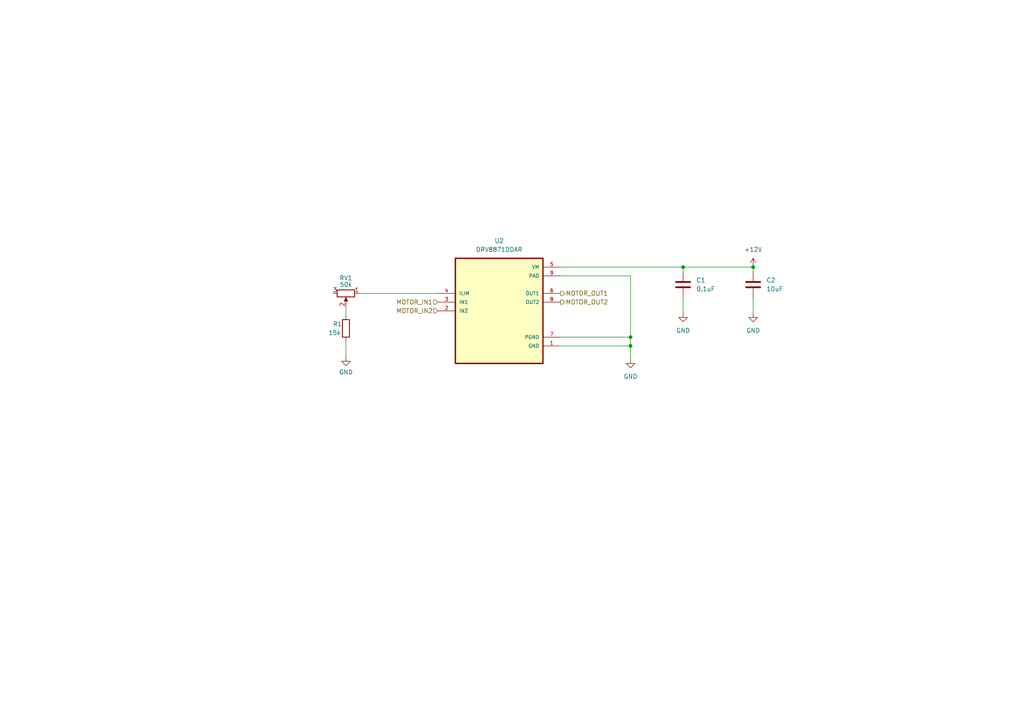
<source format=kicad_sch>
(kicad_sch (version 20230121) (generator eeschema)
  (paper "A4")
  (lib_symbols
    (symbol "DRV8871DDAR:DRV8871DDAR" (pin_names (offset 1.016))
      (property "Reference" "U" (at -12.7 16.24 0))
      (property "Value" "DRV8871DDAR" (at -12.7 -19.24 0))
      (symbol "DRV8871DDAR_0_0"
        (rectangle (start -12.7 -15.24) (end 12.7 15.24) (stroke (width 0.41)) (fill (type background)))
        (pin power_in line (at 17.78 -10.16 180) (length 5.08) (name "GND") (number "1"))
        (pin input line (at -17.78 0 0) (length 5.08) (name "IN2") (number "2"))
        (pin input line (at -17.78 2.54 0) (length 5.08) (name "IN1") (number "3"))
        (pin input line (at -17.78 5.08 0) (length 5.08) (name "ILIM") (number "4"))
        (pin power_in line (at 17.78 12.7 180) (length 5.08) (name "VM") (number "5"))
        (pin output line (at 17.78 5.08 180) (length 5.08) (name "OUT1") (number "6"))
        (pin power_in line (at 17.78 -7.62 180) (length 5.08) (name "PGND") (number "7"))
        (pin output line (at 17.78 2.54 180) (length 5.08) (name "OUT2") (number "8"))
        (pin power_in line (at 17.78 10.16 180) (length 5.08) (name "PAD") (number "9"))
      )
    )
    (symbol "Device:C" (pin_numbers hide) (pin_names (offset 0.254))
      (property "Reference" "C" (at 0.635 2.54 0))
      (property "Value" "C" (at 0.635 -2.54 0))
      (symbol "C_0_1"
        (polyline (pts (xy -2.032 -0.762) (xy 2.032 -0.762)) (stroke (width 0.508)))
        (polyline (pts (xy -2.032 0.762) (xy 2.032 0.762)) (stroke (width 0.508)))
      )
      (symbol "C_1_1"
        (pin passive line (at 0 3.81 270) (length 2.794) (name "~") (number "1"))
        (pin passive line (at 0 -3.81 90) (length 2.794) (name "~") (number "2"))
      )
    )
    (symbol "Device:R" (pin_numbers hide) (pin_names (offset 0))
      (property "Reference" "R" (at 2.032 0 90))
      (property "Value" "R" (at 0 0 90))
      (symbol "R_0_1"
        (rectangle (start -1.016 -2.54) (end 1.016 2.54) (stroke (width 0.254)))
      )
      (symbol "R_1_1"
        (pin passive line (at 0 3.81 270) (length 1.27) (name "~") (number "1"))
        (pin passive line (at 0 -3.81 90) (length 1.27) (name "~") (number "2"))
      )
    )
    (symbol "Device:R_Potentiometer" (pin_names (offset 1.016) hide)
      (property "Reference" "RV" (at -4.445 0 90))
      (property "Value" "R_Potentiometer" (at -2.54 0 90))
      (symbol "R_Potentiometer_0_1"
        (polyline (pts (xy 2.54 0) (xy 1.524 0)))
        (polyline (pts (xy 1.143 0) (xy 2.286 0.508) (xy 2.286 -0.508) (xy 1.143 0)) (fill (type outline)))
        (rectangle (start 1.016 2.54) (end -1.016 -2.54) (stroke (width 0.254)))
      )
      (symbol "R_Potentiometer_1_1"
        (pin passive line (at 0 3.81 270) (length 1.27) (name "1") (number "1"))
        (pin passive line (at 3.81 0 180) (length 1.27) (name "2") (number "2"))
        (pin passive line (at 0 -3.81 90) (length 1.27) (name "3") (number "3"))
      )
    )
    (symbol "power:+12V" (power) (pin_names (offset 0))
      (property "Value" "+12V" (at 0 3.556 0))
      (symbol "+12V_0_1"
        (polyline (pts (xy -0.762 1.27) (xy 0 2.54)))
        (polyline (pts (xy 0 0) (xy 0 2.54)))
        (polyline (pts (xy 0 2.54) (xy 0.762 1.27)))
      )
      (symbol "+12V_1_1"
        (pin power_in line (at 0 0 90) (length 0) hide (name "+12V") (number "1"))
      )
    )
    (symbol "power:GND" (power) (pin_names (offset 0))
      (property "Value" "GND" (at 0 -3.81 0))
      (symbol "GND_0_1"
        (polyline (pts (xy 0 0) (xy 0 -1.27) (xy 1.27 -1.27) (xy 0 -2.54) (xy -1.27 -1.27) (xy 0 -1.27)))
      )
      (symbol "GND_1_1"
        (pin power_in line (at 0 0 270) (length 0) hide (name "GND") (number "1"))
      )
    )
  )
  (junction (at 198.12 77.47))
  (junction (at 182.88 100.33))
  (junction (at 182.88 97.79))
  (junction (at 218.44 77.47))
  (wire (pts (xy 162.56 77.47) (xy 198.12 77.47)))
  (wire (pts (xy 100.33 99.06) (xy 100.33 103.505)))
  (wire (pts (xy 218.44 86.36) (xy 218.44 90.805)))
  (wire (pts (xy 198.12 77.47) (xy 198.12 78.74)))
  (wire (pts (xy 162.56 80.01) (xy 182.88 80.01)))
  (wire (pts (xy 100.33 88.9) (xy 100.33 91.44)))
  (wire (pts (xy 162.56 100.33) (xy 182.88 100.33)))
  (wire (pts (xy 182.88 100.33) (xy 182.88 104.14)))
  (wire (pts (xy 162.56 97.79) (xy 182.88 97.79)))
  (wire (pts (xy 198.12 77.47) (xy 218.44 77.47)))
  (wire (pts (xy 104.14 85.09) (xy 127 85.09)))
  (wire (pts (xy 218.44 77.47) (xy 218.44 78.74)))
  (wire (pts (xy 182.88 97.79) (xy 182.88 100.33)))
  (wire (pts (xy 182.88 80.01) (xy 182.88 97.79)))
  (wire (pts (xy 198.12 86.36) (xy 198.12 90.805)))
  (hierarchical_label "MOTOR_OUT2" (shape output) (at 162.56 87.63 0))
  (hierarchical_label "MOTOR_IN2" (shape input) (at 127 90.17 180))
  (hierarchical_label "MOTOR_OUT1" (shape output) (at 162.56 85.09 0))
  (hierarchical_label "MOTOR_IN1" (shape input) (at 127 87.63 180))
  (symbol (lib_id "DRV8871DDAR:DRV8871DDAR") (at 144.78 90.17 0) (unit 1)
    (property "Reference" "U2" (at 144.78 69.85 0))
    (property "Value" "DRV8871DDAR" (at 144.78 72.39 0))
    (property "Footprint" "DRV8871DDAR:VREG_LM5017MR_NOPB" (effects hide))
    (property "MF" "Texas Instruments" (effects hide))
    (property "Description" "\n                        \n                            50-V, 3.6-A H-bridge motor driver with integrated current sensing\n                        \n" (effects hide))
    (property "Package" "HSOIC-8 Texas Instruments" (effects hide))
    (property "Price" "None" (effects hide))
    (property "SnapEDA_Link" "https://www.snapeda.com/parts/DRV8871DDAR/Texas+Instruments/view-part/?ref=snap" (effects hide))
    (property "MP" "DRV8871DDAR" (effects hide))
    (property "Availability" "In Stock" (effects hide))
    (property "Check_prices" "https://www.snapeda.com/parts/DRV8871DDAR/Texas+Instruments/view-part/?ref=eda" (effects hide))
  )
  (symbol (lib_id "Device:C") (at 198.12 82.55 0) (unit 1)
    (property "Reference" "C1" (at 201.93 81.28 0) (effects (justify left)))
    (property "Value" "0.1uF" (at 201.93 83.82 0) (effects (justify left)))
  )
  (symbol (lib_id "power:+12V") (at 218.44 77.47 0) (unit 1)
    (property "Reference" "#PWR05" (effects hide))
    (property "Value" "+12V" (at 218.44 72.39 0))
  )
  (symbol (lib_id "power:GND") (at 100.33 103.505 0) (unit 1)
    (property "Reference" "#PWR02" (effects hide))
    (property "Value" "GND" (at 100.33 107.95 0))
  )
  (symbol (lib_id "Device:R") (at 100.33 95.25 0) (unit 1)
    (property "Reference" "R1" (at 96.52 93.98 0) (effects (justify left)))
    (property "Value" "15k" (at 95.25 96.52 0) (effects (justify left)))
  )
  (symbol (lib_id "Device:R_Potentiometer") (at 100.33 85.09 270) (unit 1)
    (property "Reference" "RV1" (at 100.33 80.645 90))
    (property "Value" "50k" (at 100.33 82.55 90))
  )
  (symbol (lib_id "Device:C") (at 218.44 82.55 0) (unit 1)
    (property "Reference" "C2" (at 222.25 81.28 0) (effects (justify left)))
    (property "Value" "10uF" (at 222.25 83.82 0) (effects (justify left)))
  )
  (symbol (lib_id "power:GND") (at 218.44 90.805 0) (unit 1)
    (property "Reference" "#PWR04" (effects hide))
    (property "Value" "GND" (at 218.44 95.885 0))
  )
  (symbol (lib_id "power:GND") (at 198.12 90.805 0) (unit 1)
    (property "Reference" "#PWR03" (effects hide))
    (property "Value" "GND" (at 198.12 95.885 0))
  )
  (symbol (lib_id "power:GND") (at 182.88 104.14 0) (unit 1)
    (property "Reference" "#PWR01" (effects hide))
    (property "Value" "GND" (at 182.88 109.22 0))
  )
)
</source>
